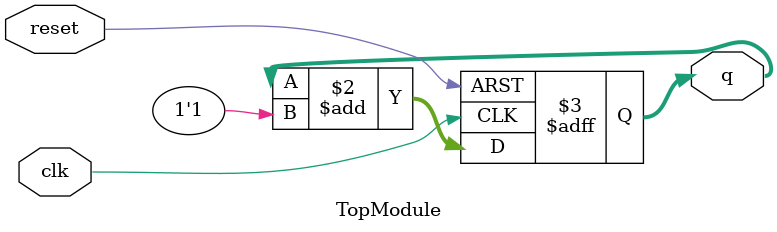
<source format=sv>

module TopModule (
  input clk,
  input reset,
  output reg [3:0] q
);
always @(posedge clk or posedge reset) begin
    if (reset)
        q <= 4'b0000;
    else
        q <= q + 1'b1;
end
endmodule

</source>
